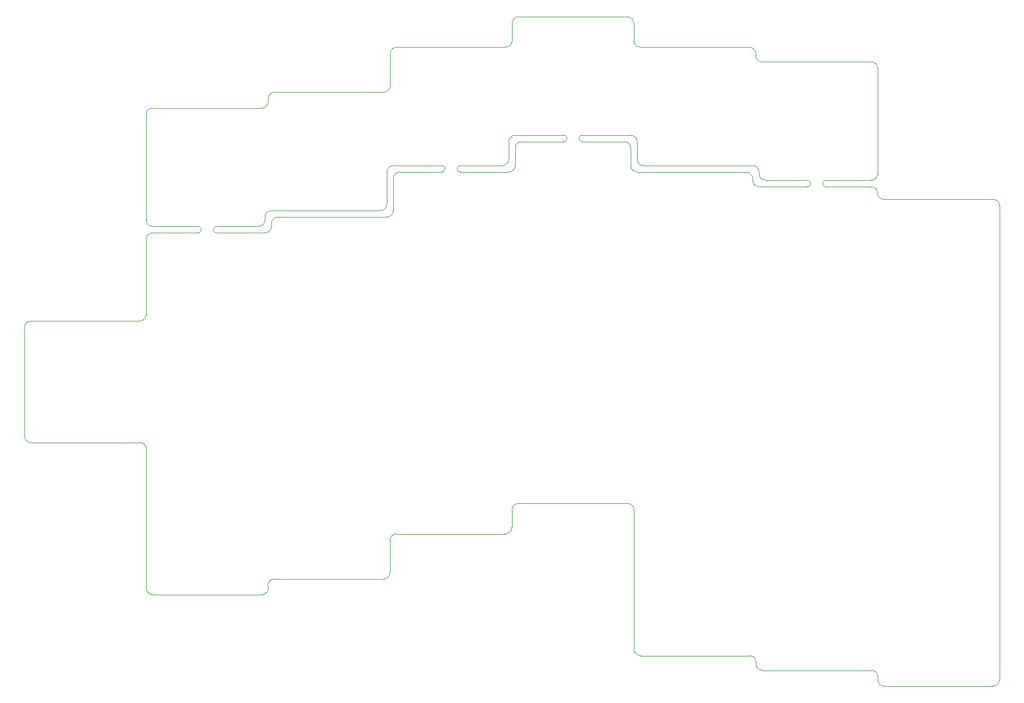
<source format=gm1>
G04 #@! TF.GenerationSoftware,KiCad,Pcbnew,(5.1.2)-2*
G04 #@! TF.CreationDate,2019-10-24T17:59:04+08:00*
G04 #@! TF.ProjectId,Pcb,5063622e-6b69-4636-9164-5f7063625858,rev?*
G04 #@! TF.SameCoordinates,Original*
G04 #@! TF.FileFunction,Profile,NP*
%FSLAX46Y46*%
G04 Gerber Fmt 4.6, Leading zero omitted, Abs format (unit mm)*
G04 Created by KiCad (PCBNEW (5.1.2)-2) date 2019-10-24 17:59:04*
%MOMM*%
%LPD*%
G04 APERTURE LIST*
%ADD10C,0.050000*%
G04 APERTURE END LIST*
D10*
X202380000Y-56690099D02*
X209460000Y-56690099D01*
X202380000Y-55689901D02*
X209460000Y-55689901D01*
X164290099Y-49640099D02*
X170880000Y-49640000D01*
X164290099Y-48639901D02*
X171880000Y-48640000D01*
X145240099Y-54390099D02*
X152840000Y-54390000D01*
X145240099Y-53389901D02*
X151840000Y-53390000D01*
X107140099Y-63920099D02*
X114730000Y-63920099D01*
X107140099Y-62919901D02*
X113730000Y-62919901D01*
X164290099Y-49640099D02*
G75*
G02X163790000Y-49140000I0J500099D01*
G01*
X163790000Y-49140000D02*
G75*
G02X164290099Y-48639901I500099J0D01*
G01*
X161930099Y-49139901D02*
G75*
G02X161430000Y-49640000I-500099J0D01*
G01*
X161429901Y-48639901D02*
G75*
G02X161930000Y-49140000I0J-500099D01*
G01*
X145240099Y-54390099D02*
G75*
G02X144740000Y-53890000I0J500099D01*
G01*
X144740000Y-53890000D02*
G75*
G02X145240099Y-53389901I500099J0D01*
G01*
X142880099Y-53889901D02*
G75*
G02X142380000Y-54390000I-500099J0D01*
G01*
X142379901Y-53389901D02*
G75*
G02X142880000Y-53890000I0J-500099D01*
G01*
X202380000Y-56690099D02*
G75*
G02X201879901Y-56190000I0J500099D01*
G01*
X201879901Y-56190000D02*
G75*
G02X202380000Y-55689901I500099J0D01*
G01*
X200030099Y-56189901D02*
G75*
G02X199530000Y-56690000I-500099J0D01*
G01*
X199529901Y-55689901D02*
G75*
G02X200030000Y-56190000I0J-500099D01*
G01*
X107140099Y-63920099D02*
G75*
G02X106640000Y-63420000I0J500099D01*
G01*
X106640000Y-63420000D02*
G75*
G02X107140099Y-62919901I500099J0D01*
G01*
X104279901Y-62919901D02*
G75*
G02X104780000Y-63420000I0J-500099D01*
G01*
X104780000Y-63420000D02*
G75*
G02X104279901Y-63920099I-500099J0D01*
G01*
X96160000Y-61920000D02*
X96160000Y-45395000D01*
X210460000Y-54690000D02*
G75*
G02X209460000Y-55690000I-1000000J0D01*
G01*
X209460000Y-56690000D02*
G75*
G02X210460000Y-57690000I0J-1000000D01*
G01*
X192940000Y-55690000D02*
G75*
G02X191940000Y-54690000I0J1000000D01*
G01*
X191940000Y-56690000D02*
G75*
G02X190940000Y-55690000I0J1000000D01*
G01*
X190940000Y-53400000D02*
G75*
G02X191940000Y-54400000I0J-1000000D01*
G01*
X189940000Y-54400000D02*
G75*
G02X190940000Y-55400000I0J-1000000D01*
G01*
X173880000Y-53400000D02*
G75*
G02X172880000Y-52400000I0J1000000D01*
G01*
X172880000Y-54400000D02*
G75*
G02X171880000Y-53400000I0J1000000D01*
G01*
X171880000Y-48640000D02*
G75*
G02X172880000Y-49640000I0J-1000000D01*
G01*
X170880000Y-49640000D02*
G75*
G02X171880000Y-50640000I0J-1000000D01*
G01*
X152840000Y-49640000D02*
G75*
G02X153840000Y-48640000I1000000J0D01*
G01*
X153840000Y-50640000D02*
G75*
G02X154840000Y-49640000I1000000J0D01*
G01*
X152840000Y-52390000D02*
G75*
G02X151840000Y-53390000I-1000000J0D01*
G01*
X153840000Y-53390000D02*
G75*
G02X152840000Y-54390000I-1000000J0D01*
G01*
X133790000Y-54390000D02*
G75*
G02X134790000Y-53390000I1000000J0D01*
G01*
X134790000Y-55390000D02*
G75*
G02X135790000Y-54390000I1000000J0D01*
G01*
X133790000Y-59440000D02*
G75*
G02X132790000Y-60440000I-1000000J0D01*
G01*
X134790000Y-60440000D02*
G75*
G02X133790000Y-61440000I-1000000J0D01*
G01*
X115730000Y-62440000D02*
G75*
G02X116730000Y-61440000I1000000J0D01*
G01*
X114730000Y-61440000D02*
G75*
G02X115730000Y-60440000I1000000J0D01*
G01*
X115730000Y-62920000D02*
G75*
G02X114730000Y-63920000I-1000000J0D01*
G01*
X190940000Y-55400000D02*
X190940000Y-55690000D01*
X172880000Y-54400000D02*
X189940000Y-54400000D01*
X171880000Y-50640000D02*
X171880000Y-53400000D01*
X154840000Y-49640000D02*
X161430000Y-49640000D01*
X153840000Y-53390000D02*
X153840000Y-50640000D01*
X135790000Y-54390000D02*
X142380000Y-54390000D01*
X134790000Y-60440000D02*
X134790000Y-55390000D01*
X116730000Y-61440000D02*
X133790000Y-61440000D01*
X115730000Y-62920000D02*
X115730000Y-62440000D01*
X114730000Y-61920000D02*
G75*
G02X113730000Y-62920000I-1000000J0D01*
G01*
X114730000Y-61440000D02*
X114730000Y-61920000D01*
X132790000Y-60440000D02*
X115730000Y-60440000D01*
X133790000Y-54390000D02*
X133790000Y-59440000D01*
X142379901Y-53389901D02*
X134790000Y-53390000D01*
X152840000Y-49640000D02*
X152840000Y-52390000D01*
X161429901Y-48639901D02*
X153840000Y-48640000D01*
X172880000Y-52400000D02*
X172880000Y-49640000D01*
X190940000Y-53400000D02*
X173880000Y-53400000D01*
X191940000Y-54690000D02*
X191940000Y-54400000D01*
X199529901Y-55689901D02*
X192940000Y-55690000D01*
X199530000Y-56690000D02*
X191940000Y-56690000D01*
X97160000Y-62920000D02*
G75*
G02X96160000Y-61920000I0J1000000D01*
G01*
X104279901Y-63920099D02*
X97160000Y-63920000D01*
X104279901Y-62919901D02*
X97160000Y-62920000D01*
X96160000Y-64920000D02*
G75*
G02X97160000Y-63920000I1000000J0D01*
G01*
X211460000Y-58690000D02*
X228510000Y-58690000D01*
X211460000Y-58690000D02*
G75*
G02X210460000Y-57690000I0J1000000D01*
G01*
X228510000Y-58690000D02*
G75*
G02X229510000Y-59690000I0J-1000000D01*
G01*
X134260000Y-117068500D02*
G75*
G02X133260000Y-118068500I-1000000J0D01*
G01*
X153310000Y-107257500D02*
G75*
G02X154310000Y-106257500I1000000J0D01*
G01*
X171410000Y-106257500D02*
G75*
G02X172410000Y-107257500I0J-1000000D01*
G01*
X192410001Y-37156000D02*
G75*
G02X191410001Y-36156000I0J1000000D01*
G01*
X96160000Y-45395000D02*
G75*
G02X97160000Y-44395000I1000000J0D01*
G01*
X97210000Y-120545000D02*
G75*
G02X96210000Y-119545000I0J1000000D01*
G01*
X190460000Y-130070000D02*
G75*
G02X191460000Y-131070000I0J-1000000D01*
G01*
X209460000Y-37156000D02*
G75*
G02X210460000Y-38156000I0J-1000000D01*
G01*
X95210000Y-96732500D02*
G75*
G02X96210000Y-97732500I0J-1000000D01*
G01*
X96160000Y-76732500D02*
G75*
G02X95160000Y-77732500I-1000000J0D01*
G01*
X192460000Y-132356000D02*
G75*
G02X191460000Y-131356000I0J1000000D01*
G01*
X173410000Y-130070000D02*
G75*
G02X172410000Y-129070000I0J1000000D01*
G01*
X78160000Y-96732500D02*
G75*
G02X77160000Y-95732500I0J1000000D01*
G01*
X77160000Y-78732500D02*
G75*
G02X78160000Y-77732500I1000000J0D01*
G01*
X134260000Y-112020000D02*
G75*
G02X135260000Y-111020000I1000000J0D01*
G01*
X115210000Y-119068500D02*
G75*
G02X116210000Y-118068500I1000000J0D01*
G01*
X153310000Y-110020000D02*
G75*
G02X152310000Y-111020000I-1000000J0D01*
G01*
X229510000Y-133832500D02*
G75*
G02X228510000Y-134832500I-1000000J0D01*
G01*
X115210000Y-119545000D02*
G75*
G02X114210000Y-120545000I-1000000J0D01*
G01*
X209510000Y-132356000D02*
G75*
G02X210510000Y-133356000I0J-1000000D01*
G01*
X211510000Y-134832500D02*
G75*
G02X210510000Y-133832500I0J1000000D01*
G01*
X135310001Y-34870000D02*
X152360001Y-34870000D01*
X172410000Y-129070000D02*
X172410000Y-107257500D01*
X172360001Y-31107500D02*
X172360001Y-33870000D01*
X134310001Y-35870000D02*
X134310001Y-40918500D01*
X78160000Y-96732500D02*
X95210000Y-96732500D01*
X153360001Y-31107500D02*
X153360001Y-33870000D01*
X135260000Y-111020000D02*
X152310000Y-111020000D01*
X97160000Y-44395000D02*
X114260001Y-44395000D01*
X115260001Y-42918500D02*
X115260001Y-43395000D01*
X96210000Y-97732500D02*
X96210000Y-119545000D01*
X154310000Y-106257500D02*
X171410000Y-106257500D01*
X229510000Y-133832500D02*
X229510000Y-59690000D01*
X210460000Y-54690000D02*
X210460000Y-38156000D01*
X192410001Y-37156000D02*
X209460000Y-37156000D01*
X154360001Y-30107500D02*
X171360001Y-30107500D01*
X97210000Y-120545000D02*
X114210000Y-120545000D01*
X77160000Y-78732500D02*
X77160000Y-95732500D01*
X190410001Y-34870000D02*
G75*
G02X191410001Y-35870000I0J-1000000D01*
G01*
X173360001Y-34870000D02*
G75*
G02X172360001Y-33870000I0J1000000D01*
G01*
X171360001Y-30107500D02*
G75*
G02X172360001Y-31107500I0J-1000000D01*
G01*
X153360001Y-31107500D02*
G75*
G02X154360001Y-30107500I1000000J0D01*
G01*
X134310001Y-35870000D02*
G75*
G02X135310001Y-34870000I1000000J0D01*
G01*
X191460000Y-131070000D02*
X191460000Y-131356000D01*
X173410000Y-130070000D02*
X190460000Y-130070000D01*
X210510000Y-133356000D02*
X210510000Y-133832500D01*
X116210000Y-118068500D02*
X133260000Y-118068500D01*
X192460000Y-132356000D02*
X209510000Y-132356000D01*
X96160000Y-64920000D02*
X96160000Y-76732500D01*
X173360001Y-34870000D02*
X190410001Y-34870000D01*
X78160000Y-77732500D02*
X95160000Y-77732500D01*
X153360001Y-33870000D02*
G75*
G02X152360001Y-34870000I-1000000J0D01*
G01*
X134310001Y-40918500D02*
G75*
G02X133310001Y-41918500I-1000000J0D01*
G01*
X115260001Y-43395000D02*
G75*
G02X114260001Y-44395000I-1000000J0D01*
G01*
X115260001Y-42918500D02*
G75*
G02X116260001Y-41918500I1000000J0D01*
G01*
X115210000Y-119068500D02*
X115210000Y-119545000D01*
X116260001Y-41918500D02*
X133310001Y-41918500D01*
X134260000Y-112020000D02*
X134260000Y-117068500D01*
X153310000Y-107257500D02*
X153310000Y-110020000D01*
X191410001Y-35870000D02*
X191410001Y-36156000D01*
X211510000Y-134832500D02*
X228510000Y-134832500D01*
M02*

</source>
